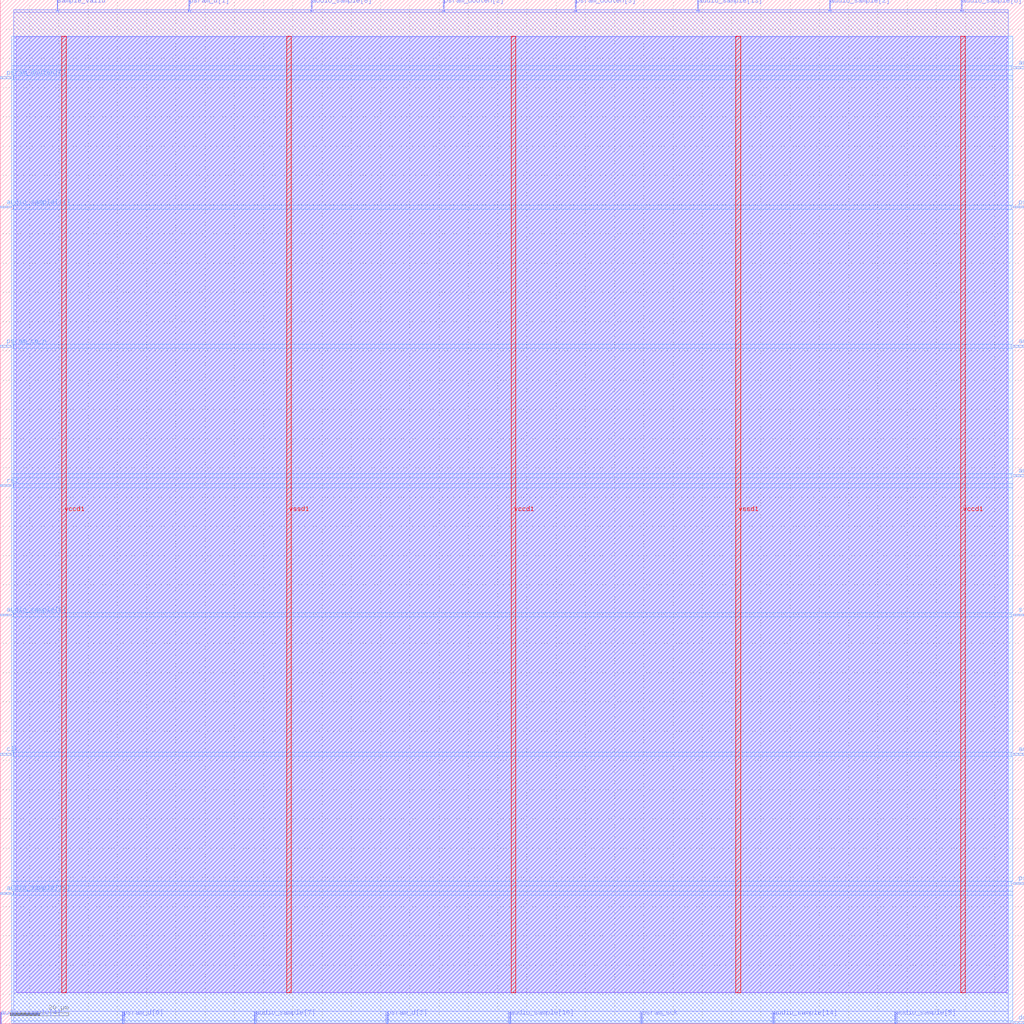
<source format=lef>
VERSION 5.7 ;
  NOWIREEXTENSIONATPIN ON ;
  DIVIDERCHAR "/" ;
  BUSBITCHARS "[]" ;
MACRO cnn_kws_accel
  CLASS BLOCK ;
  FOREIGN cnn_kws_accel ;
  ORIGIN 0.000 0.000 ;
  SIZE 350.000 BY 350.000 ;
  PIN audio_sample[0]
    DIRECTION INPUT ;
    USE SIGNAL ;
    PORT
      LAYER met3 ;
        RECT 346.000 231.240 350.000 231.840 ;
    END
  END audio_sample[0]
  PIN audio_sample[10]
    DIRECTION INPUT ;
    USE SIGNAL ;
    PORT
      LAYER met2 ;
        RECT 173.970 0.000 174.250 4.000 ;
    END
  END audio_sample[10]
  PIN audio_sample[11]
    DIRECTION INPUT ;
    USE SIGNAL ;
    PORT
      LAYER met3 ;
        RECT 0.000 278.840 4.000 279.440 ;
    END
  END audio_sample[11]
  PIN audio_sample[12]
    DIRECTION INPUT ;
    USE SIGNAL ;
    PORT
      LAYER met3 ;
        RECT 346.000 187.040 350.000 187.640 ;
    END
  END audio_sample[12]
  PIN audio_sample[13]
    DIRECTION INPUT ;
    USE SIGNAL ;
    PORT
      LAYER met2 ;
        RECT 238.370 346.000 238.650 350.000 ;
    END
  END audio_sample[13]
  PIN audio_sample[14]
    DIRECTION INPUT ;
    USE SIGNAL ;
    PORT
      LAYER met2 ;
        RECT 264.130 0.000 264.410 4.000 ;
    END
  END audio_sample[14]
  PIN audio_sample[15]
    DIRECTION INPUT ;
    USE SIGNAL ;
    PORT
      LAYER met3 ;
        RECT 0.000 44.240 4.000 44.840 ;
    END
  END audio_sample[15]
  PIN audio_sample[1]
    DIRECTION INPUT ;
    USE SIGNAL ;
    PORT
      LAYER met3 ;
        RECT 346.000 326.440 350.000 327.040 ;
    END
  END audio_sample[1]
  PIN audio_sample[2]
    DIRECTION INPUT ;
    USE SIGNAL ;
    PORT
      LAYER met2 ;
        RECT 283.450 346.000 283.730 350.000 ;
    END
  END audio_sample[2]
  PIN audio_sample[3]
    DIRECTION INPUT ;
    USE SIGNAL ;
    PORT
      LAYER met3 ;
        RECT 346.000 91.840 350.000 92.440 ;
    END
  END audio_sample[3]
  PIN audio_sample[4]
    DIRECTION INPUT ;
    USE SIGNAL ;
    PORT
      LAYER met2 ;
        RECT 0.090 0.000 0.370 4.000 ;
    END
  END audio_sample[4]
  PIN audio_sample[5]
    DIRECTION INPUT ;
    USE SIGNAL ;
    PORT
      LAYER met2 ;
        RECT 305.990 0.000 306.270 4.000 ;
    END
  END audio_sample[5]
  PIN audio_sample[6]
    DIRECTION INPUT ;
    USE SIGNAL ;
    PORT
      LAYER met2 ;
        RECT 328.530 346.000 328.810 350.000 ;
    END
  END audio_sample[6]
  PIN audio_sample[7]
    DIRECTION INPUT ;
    USE SIGNAL ;
    PORT
      LAYER met2 ;
        RECT 87.030 0.000 87.310 4.000 ;
    END
  END audio_sample[7]
  PIN audio_sample[8]
    DIRECTION INPUT ;
    USE SIGNAL ;
    PORT
      LAYER met2 ;
        RECT 106.350 346.000 106.630 350.000 ;
    END
  END audio_sample[8]
  PIN audio_sample[9]
    DIRECTION INPUT ;
    USE SIGNAL ;
    PORT
      LAYER met3 ;
        RECT 0.000 139.440 4.000 140.040 ;
    END
  END audio_sample[9]
  PIN clk
    DIRECTION INPUT ;
    USE SIGNAL ;
    ANTENNAGATEAREA 0.852000 ;
    PORT
      LAYER met3 ;
        RECT 0.000 91.840 4.000 92.440 ;
    END
  END clk
  PIN done
    DIRECTION OUTPUT TRISTATE ;
    USE SIGNAL ;
    ANTENNADIFFAREA 0.795200 ;
    PORT
      LAYER met3 ;
        RECT 346.000 0.040 350.000 0.640 ;
    END
  END done
  PIN psram_ce_n
    DIRECTION OUTPUT TRISTATE ;
    USE SIGNAL ;
    ANTENNADIFFAREA 0.795200 ;
    PORT
      LAYER met3 ;
        RECT 0.000 231.240 4.000 231.840 ;
    END
  END psram_ce_n
  PIN psram_d[0]
    DIRECTION INOUT ;
    USE SIGNAL ;
    ANTENNADIFFAREA 0.891000 ;
    PORT
      LAYER met2 ;
        RECT 41.950 0.000 42.230 4.000 ;
    END
  END psram_d[0]
  PIN psram_d[1]
    DIRECTION INOUT ;
    USE SIGNAL ;
    PORT
      LAYER met2 ;
        RECT 64.490 346.000 64.770 350.000 ;
    END
  END psram_d[1]
  PIN psram_d[2]
    DIRECTION INOUT ;
    USE SIGNAL ;
    PORT
      LAYER met3 ;
        RECT 346.000 47.640 350.000 48.240 ;
    END
  END psram_d[2]
  PIN psram_d[3]
    DIRECTION INOUT ;
    USE SIGNAL ;
    PORT
      LAYER met2 ;
        RECT 132.110 0.000 132.390 4.000 ;
    END
  END psram_d[3]
  PIN psram_douten[0]
    DIRECTION OUTPUT TRISTATE ;
    USE SIGNAL ;
    PORT
      LAYER met3 ;
        RECT 0.000 323.040 4.000 323.640 ;
    END
  END psram_douten[0]
  PIN psram_douten[1]
    DIRECTION OUTPUT TRISTATE ;
    USE SIGNAL ;
    PORT
      LAYER met3 ;
        RECT 346.000 278.840 350.000 279.440 ;
    END
  END psram_douten[1]
  PIN psram_douten[2]
    DIRECTION OUTPUT TRISTATE ;
    USE SIGNAL ;
    PORT
      LAYER met2 ;
        RECT 151.430 346.000 151.710 350.000 ;
    END
  END psram_douten[2]
  PIN psram_douten[3]
    DIRECTION OUTPUT TRISTATE ;
    USE SIGNAL ;
    PORT
      LAYER met2 ;
        RECT 196.510 346.000 196.790 350.000 ;
    END
  END psram_douten[3]
  PIN psram_sck
    DIRECTION OUTPUT TRISTATE ;
    USE SIGNAL ;
    ANTENNADIFFAREA 0.795200 ;
    PORT
      LAYER met2 ;
        RECT 219.050 0.000 219.330 4.000 ;
    END
  END psram_sck
  PIN rst
    DIRECTION INPUT ;
    USE SIGNAL ;
    ANTENNAGATEAREA 0.213000 ;
    PORT
      LAYER met3 ;
        RECT 0.000 183.640 4.000 184.240 ;
    END
  END rst
  PIN sample_valid
    DIRECTION INPUT ;
    USE SIGNAL ;
    PORT
      LAYER met2 ;
        RECT 19.410 346.000 19.690 350.000 ;
    END
  END sample_valid
  PIN start
    DIRECTION INPUT ;
    USE SIGNAL ;
    ANTENNAGATEAREA 0.213000 ;
    PORT
      LAYER met3 ;
        RECT 346.000 139.440 350.000 140.040 ;
    END
  END start
  PIN vccd1
    DIRECTION INOUT ;
    USE POWER ;
    PORT
      LAYER met4 ;
        RECT 21.040 10.640 22.640 337.520 ;
    END
    PORT
      LAYER met4 ;
        RECT 174.640 10.640 176.240 337.520 ;
    END
    PORT
      LAYER met4 ;
        RECT 328.240 10.640 329.840 337.520 ;
    END
  END vccd1
  PIN vssd1
    DIRECTION INOUT ;
    USE GROUND ;
    PORT
      LAYER met4 ;
        RECT 97.840 10.640 99.440 337.520 ;
    END
    PORT
      LAYER met4 ;
        RECT 251.440 10.640 253.040 337.520 ;
    END
  END vssd1
  OBS
      LAYER li1 ;
        RECT 5.520 10.795 344.080 337.365 ;
      LAYER met1 ;
        RECT 4.670 10.640 344.470 337.520 ;
      LAYER met2 ;
        RECT 4.690 345.720 19.130 346.530 ;
        RECT 19.970 345.720 64.210 346.530 ;
        RECT 65.050 345.720 106.070 346.530 ;
        RECT 106.910 345.720 151.150 346.530 ;
        RECT 151.990 345.720 196.230 346.530 ;
        RECT 197.070 345.720 238.090 346.530 ;
        RECT 238.930 345.720 283.170 346.530 ;
        RECT 284.010 345.720 328.250 346.530 ;
        RECT 329.090 345.720 344.450 346.530 ;
        RECT 4.690 4.280 344.450 345.720 ;
        RECT 4.690 0.155 41.670 4.280 ;
        RECT 42.510 0.155 86.750 4.280 ;
        RECT 87.590 0.155 131.830 4.280 ;
        RECT 132.670 0.155 173.690 4.280 ;
        RECT 174.530 0.155 218.770 4.280 ;
        RECT 219.610 0.155 263.850 4.280 ;
        RECT 264.690 0.155 305.710 4.280 ;
        RECT 306.550 0.155 344.450 4.280 ;
      LAYER met3 ;
        RECT 3.990 327.440 346.000 337.445 ;
        RECT 3.990 326.040 345.600 327.440 ;
        RECT 3.990 324.040 346.000 326.040 ;
        RECT 4.400 322.640 346.000 324.040 ;
        RECT 3.990 279.840 346.000 322.640 ;
        RECT 4.400 278.440 345.600 279.840 ;
        RECT 3.990 232.240 346.000 278.440 ;
        RECT 4.400 230.840 345.600 232.240 ;
        RECT 3.990 188.040 346.000 230.840 ;
        RECT 3.990 186.640 345.600 188.040 ;
        RECT 3.990 184.640 346.000 186.640 ;
        RECT 4.400 183.240 346.000 184.640 ;
        RECT 3.990 140.440 346.000 183.240 ;
        RECT 4.400 139.040 345.600 140.440 ;
        RECT 3.990 92.840 346.000 139.040 ;
        RECT 4.400 91.440 345.600 92.840 ;
        RECT 3.990 48.640 346.000 91.440 ;
        RECT 3.990 47.240 345.600 48.640 ;
        RECT 3.990 45.240 346.000 47.240 ;
        RECT 4.400 43.840 346.000 45.240 ;
        RECT 3.990 1.040 346.000 43.840 ;
        RECT 3.990 0.175 345.600 1.040 ;
  END
END cnn_kws_accel
END LIBRARY


</source>
